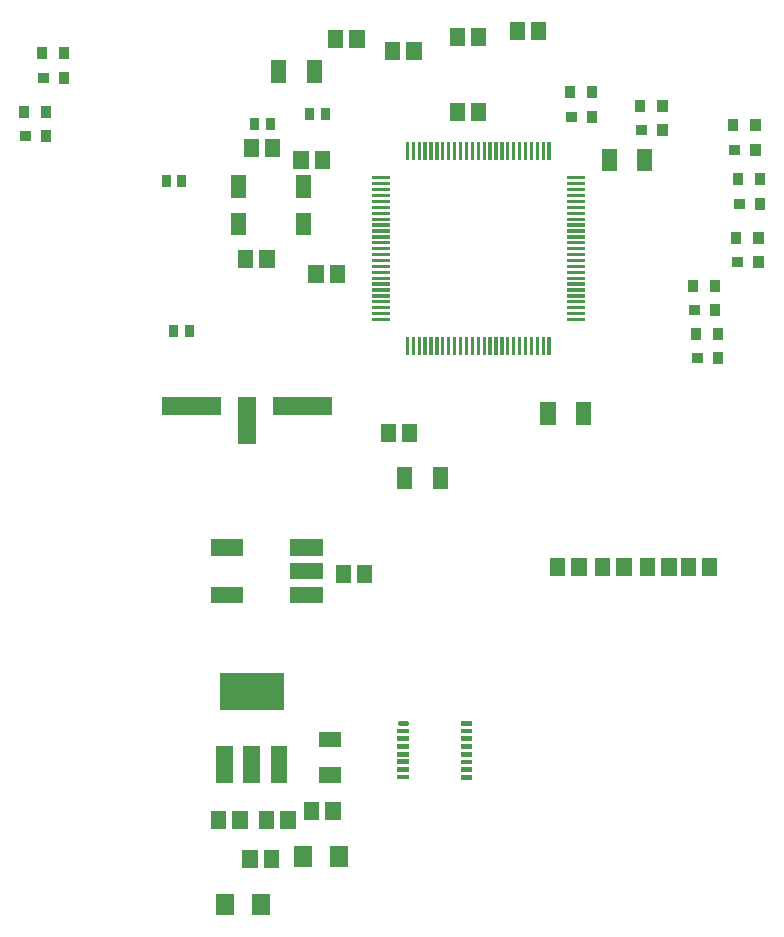
<source format=gbr>
G04 start of page 9 for group -4015 idx -4015 *
G04 Title: (unknown), toppaste *
G04 Creator: pcb 20110918 *
G04 CreationDate: Mon Oct 15 20:03:58 2012 UTC *
G04 For: fosse *
G04 Format: Gerber/RS-274X *
G04 PCB-Dimensions: 600000 500000 *
G04 PCB-Coordinate-Origin: lower left *
%MOIN*%
%FSLAX25Y25*%
%LNTOPPASTE*%
%ADD80R,0.0591X0.0591*%
%ADD79R,0.0590X0.0590*%
%ADD78R,0.0551X0.0551*%
%ADD77R,0.0160X0.0160*%
%ADD76C,0.0160*%
%ADD75R,0.0340X0.0340*%
%ADD74R,0.0600X0.0600*%
%ADD73R,0.1220X0.1220*%
%ADD72R,0.0560X0.0560*%
%ADD71R,0.0295X0.0295*%
%ADD70R,0.0512X0.0512*%
%ADD69R,0.0110X0.0110*%
G54D69*X204992Y393622D02*X209890D01*
X204992Y391654D02*X209890D01*
X204992Y389685D02*X209890D01*
X204992Y387717D02*X209890D01*
X204992Y385748D02*X209890D01*
X204992Y383780D02*X209890D01*
X204992Y381811D02*X209890D01*
X204992Y379843D02*X209890D01*
X204992Y377874D02*X209890D01*
X204992Y375906D02*X209890D01*
X204992Y373937D02*X209890D01*
X204992Y371969D02*X209890D01*
X204992Y370000D02*X209890D01*
X204992Y368032D02*X209890D01*
X204992Y366063D02*X209890D01*
X204992Y364095D02*X209890D01*
X204992Y362126D02*X209890D01*
X204992Y360158D02*X209890D01*
X204992Y358189D02*X209890D01*
X204992Y356221D02*X209890D01*
X204992Y354252D02*X209890D01*
X204992Y352284D02*X209890D01*
X204992Y350315D02*X209890D01*
X204992Y348347D02*X209890D01*
X204992Y346378D02*X209890D01*
X216378Y339890D02*Y334992D01*
X218346Y339890D02*Y334992D01*
X220315Y339890D02*Y334992D01*
X222283Y339890D02*Y334992D01*
X224252Y339890D02*Y334992D01*
X226220Y339890D02*Y334992D01*
X228189Y339890D02*Y334992D01*
X230157Y339890D02*Y334992D01*
X232126Y339890D02*Y334992D01*
X234094Y339890D02*Y334992D01*
X236063Y339890D02*Y334992D01*
X238031Y339890D02*Y334992D01*
X240000Y339890D02*Y334992D01*
X241968Y339890D02*Y334992D01*
X243937Y339890D02*Y334992D01*
X245905Y339890D02*Y334992D01*
X247874Y339890D02*Y334992D01*
X249842Y339890D02*Y334992D01*
X251811Y339890D02*Y334992D01*
X253779Y339890D02*Y334992D01*
X255748Y339890D02*Y334992D01*
X257716Y339890D02*Y334992D01*
X259685Y339890D02*Y334992D01*
X261653Y339890D02*Y334992D01*
X263622Y339890D02*Y334992D01*
X270110Y346378D02*X275008D01*
X270110Y348346D02*X275008D01*
X270110Y350315D02*X275008D01*
X270110Y352283D02*X275008D01*
X270110Y354252D02*X275008D01*
X270110Y356220D02*X275008D01*
X270110Y358189D02*X275008D01*
X270110Y360157D02*X275008D01*
X270110Y362126D02*X275008D01*
X270110Y364094D02*X275008D01*
X270110Y366063D02*X275008D01*
X270110Y368031D02*X275008D01*
X270110Y370000D02*X275008D01*
X270110Y371968D02*X275008D01*
X270110Y373937D02*X275008D01*
X270110Y375905D02*X275008D01*
X270110Y377874D02*X275008D01*
X270110Y379842D02*X275008D01*
X270110Y381811D02*X275008D01*
X270110Y383779D02*X275008D01*
X270110Y385748D02*X275008D01*
X270110Y387716D02*X275008D01*
X270110Y389685D02*X275008D01*
X270110Y391653D02*X275008D01*
X270110Y393622D02*X275008D01*
X263622Y405008D02*Y400110D01*
X261654Y405008D02*Y400110D01*
X259685Y405008D02*Y400110D01*
X257717Y405008D02*Y400110D01*
X255748Y405008D02*Y400110D01*
X253780Y405008D02*Y400110D01*
X251811Y405008D02*Y400110D01*
X249843Y405008D02*Y400110D01*
X247874Y405008D02*Y400110D01*
X245906Y405008D02*Y400110D01*
X243937Y405008D02*Y400110D01*
X241969Y405008D02*Y400110D01*
X240000Y405008D02*Y400110D01*
X238032Y405008D02*Y400110D01*
X236063Y405008D02*Y400110D01*
X234095Y405008D02*Y400110D01*
X232126Y405008D02*Y400110D01*
X230158Y405008D02*Y400110D01*
X228189Y405008D02*Y400110D01*
X226221Y405008D02*Y400110D01*
X224252Y405008D02*Y400110D01*
X222284Y405008D02*Y400110D01*
X220315Y405008D02*Y400110D01*
X218347Y405008D02*Y400110D01*
X216378Y405008D02*Y400110D01*
G54D70*X233000Y415893D02*Y415107D01*
X240086Y415893D02*Y415107D01*
X263190Y316181D02*Y313819D01*
X275000Y316181D02*Y313819D01*
X266457Y264393D02*Y263607D01*
X273543Y264393D02*Y263607D01*
X281457Y264393D02*Y263607D01*
X288543Y264393D02*Y263607D01*
X296500Y264393D02*Y263607D01*
X303586Y264393D02*Y263607D01*
X310000Y264393D02*Y263607D01*
X317086Y264393D02*Y263607D01*
X185957Y361893D02*Y361107D01*
X193043Y361893D02*Y361107D01*
X162457Y366893D02*Y366107D01*
X169543Y366893D02*Y366107D01*
X164414Y403893D02*Y403107D01*
X171500Y403893D02*Y403107D01*
X180914Y399893D02*Y399107D01*
X188000Y399893D02*Y399107D01*
X215500Y294681D02*Y292319D01*
X227310Y294681D02*Y292319D01*
X173500Y430181D02*Y427819D01*
X185310Y430181D02*Y427819D01*
X210000Y308893D02*Y308107D01*
X217086Y308893D02*Y308107D01*
X192500Y440393D02*Y439607D01*
X199586Y440393D02*Y439607D01*
X211500Y436393D02*Y435607D01*
X218586Y436393D02*Y435607D01*
X233000Y440893D02*Y440107D01*
X240086Y440893D02*Y440107D01*
X253000Y442893D02*Y442107D01*
X260086Y442893D02*Y442107D01*
X195000Y261893D02*Y261107D01*
X202086Y261893D02*Y261107D01*
G54D71*X165500Y411992D02*Y411008D01*
X170618Y411992D02*Y411008D01*
X183882Y415492D02*Y414508D01*
X189000Y415492D02*Y414508D01*
X138500Y342992D02*Y342008D01*
X143618Y342992D02*Y342008D01*
X136000Y392992D02*Y392008D01*
X141118Y392992D02*Y392008D01*
G54D72*X155500Y201300D02*Y194700D01*
X164500Y201300D02*Y194700D01*
X173600Y201300D02*Y194700D01*
G54D73*X160000Y222400D02*X169000D01*
G54D70*X184457Y182893D02*Y182107D01*
X191543Y182893D02*Y182107D01*
X169457Y179893D02*Y179107D01*
X176543Y179893D02*Y179107D01*
X153457Y179893D02*Y179107D01*
X160543Y179893D02*Y179107D01*
X163957Y166893D02*Y166107D01*
X171043Y166893D02*Y166107D01*
X189319Y206405D02*X191681D01*
X189319Y194595D02*X191681D01*
G54D74*X155500Y152000D02*Y151000D01*
X167500Y152000D02*Y151000D01*
X181500Y168000D02*Y167000D01*
X193500Y168000D02*Y167000D01*
G54D75*X325300Y403000D02*X325600D01*
X332400Y403300D02*Y402700D01*
Y411500D02*Y410900D01*
X325000Y411500D02*Y410900D01*
X326800Y385000D02*X327100D01*
X333900Y385300D02*Y384700D01*
Y393500D02*Y392900D01*
X326500Y393500D02*Y392900D01*
X88800Y407500D02*X89100D01*
X95900Y407800D02*Y407200D01*
Y416000D02*Y415400D01*
X88500Y416000D02*Y415400D01*
X326300Y365500D02*X326600D01*
X333400Y365800D02*Y365200D01*
Y374000D02*Y373400D01*
X326000Y374000D02*Y373400D01*
X312800Y333500D02*X313100D01*
X319900Y333800D02*Y333200D01*
Y342000D02*Y341400D01*
X312500Y342000D02*Y341400D01*
X311800Y349500D02*X312100D01*
X318900Y349800D02*Y349200D01*
Y358000D02*Y357400D01*
X311500Y358000D02*Y357400D01*
X270800Y414000D02*X271100D01*
X277900Y414300D02*Y413700D01*
Y422500D02*Y421900D01*
X270500Y422500D02*Y421900D01*
X294300Y409500D02*X294600D01*
X301400Y409800D02*Y409200D01*
Y418000D02*Y417400D01*
X294000Y418000D02*Y417400D01*
G54D70*X283690Y400681D02*Y398319D01*
X295500Y400681D02*Y398319D01*
G54D75*X94800Y427000D02*X95100D01*
X101900Y427300D02*Y426700D01*
Y435500D02*Y434900D01*
X94500Y435500D02*Y434900D01*
G54D76*X213800Y211800D02*X216000D01*
G54D77*X213800Y209200D02*X216000D01*
X213800Y206700D02*X216000D01*
X213800Y204100D02*X216000D01*
X213800Y201500D02*X216000D01*
X213800Y199000D02*X216000D01*
X213800Y196400D02*X216000D01*
X213800Y193900D02*X216000D01*
X235000Y193800D02*X237200D01*
X235000Y196400D02*X237200D01*
X235000Y198900D02*X237200D01*
X235000Y201500D02*X237200D01*
X235000Y204100D02*X237200D01*
X235000Y206600D02*X237200D01*
X235000Y209200D02*X237200D01*
X235000Y211700D02*X237200D01*
G54D78*X180130Y270374D02*X185445D01*
X180130Y262500D02*X185445D01*
X180130Y254626D02*X185445D01*
X153555Y270374D02*X158870D01*
X153555Y254626D02*X158870D01*
G54D70*X181827Y391980D02*Y389618D01*
Y379381D02*Y377019D01*
X160173Y391980D02*Y389618D01*
Y379381D02*Y377019D01*
G54D79*X137607Y317591D02*X151387D01*
X174614D02*X188394D01*
G54D80*X163000D02*Y307748D01*
M02*

</source>
